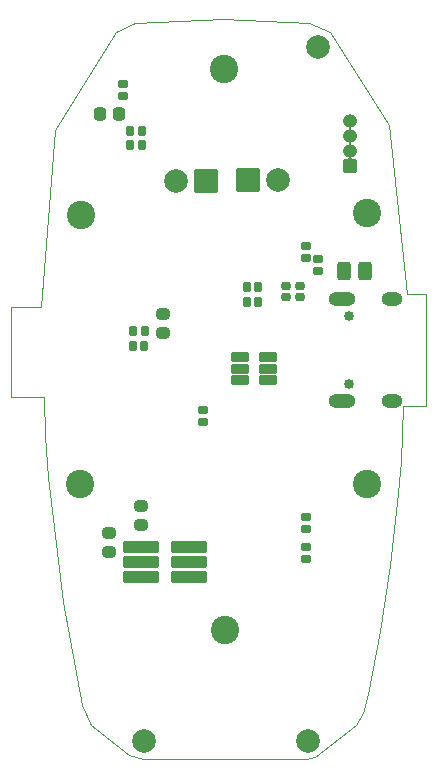
<source format=gbr>
%TF.GenerationSoftware,KiCad,Pcbnew,(7.0.0)*%
%TF.CreationDate,2023-06-26T15:04:23+05:30*%
%TF.ProjectId,EMO SN65 OBD,454d4f20-534e-4363-9520-4f42442e6b69,1*%
%TF.SameCoordinates,Original*%
%TF.FileFunction,Soldermask,Bot*%
%TF.FilePolarity,Negative*%
%FSLAX46Y46*%
G04 Gerber Fmt 4.6, Leading zero omitted, Abs format (unit mm)*
G04 Created by KiCad (PCBNEW (7.0.0)) date 2023-06-26 15:04:23*
%MOMM*%
%LPD*%
G01*
G04 APERTURE LIST*
G04 Aperture macros list*
%AMRoundRect*
0 Rectangle with rounded corners*
0 $1 Rounding radius*
0 $2 $3 $4 $5 $6 $7 $8 $9 X,Y pos of 4 corners*
0 Add a 4 corners polygon primitive as box body*
4,1,4,$2,$3,$4,$5,$6,$7,$8,$9,$2,$3,0*
0 Add four circle primitives for the rounded corners*
1,1,$1+$1,$2,$3*
1,1,$1+$1,$4,$5*
1,1,$1+$1,$6,$7*
1,1,$1+$1,$8,$9*
0 Add four rect primitives between the rounded corners*
20,1,$1+$1,$2,$3,$4,$5,0*
20,1,$1+$1,$4,$5,$6,$7,0*
20,1,$1+$1,$6,$7,$8,$9,0*
20,1,$1+$1,$8,$9,$2,$3,0*%
G04 Aperture macros list end*
%ADD10RoundRect,0.235000X0.185000X-0.135000X0.185000X0.135000X-0.185000X0.135000X-0.185000X-0.135000X0*%
%ADD11C,2.000000*%
%ADD12C,2.400000*%
%ADD13RoundRect,0.100000X0.900000X0.900000X-0.900000X0.900000X-0.900000X-0.900000X0.900000X-0.900000X0*%
%ADD14C,0.850000*%
%ADD15O,2.300000X1.200000*%
%ADD16O,1.800000X1.200000*%
%ADD17RoundRect,0.100000X-0.900000X-0.900000X0.900000X-0.900000X0.900000X0.900000X-0.900000X0.900000X0*%
%ADD18RoundRect,0.240000X-0.140000X-0.170000X0.140000X-0.170000X0.140000X0.170000X-0.140000X0.170000X0*%
%ADD19RoundRect,0.235000X-0.185000X0.135000X-0.185000X-0.135000X0.185000X-0.135000X0.185000X0.135000X0*%
%ADD20RoundRect,0.235000X0.135000X0.185000X-0.135000X0.185000X-0.135000X-0.185000X0.135000X-0.185000X0*%
%ADD21RoundRect,0.240000X0.140000X0.170000X-0.140000X0.170000X-0.140000X-0.170000X0.140000X-0.170000X0*%
%ADD22RoundRect,0.100000X-0.500000X-0.500000X0.500000X-0.500000X0.500000X0.500000X-0.500000X0.500000X0*%
%ADD23O,1.200000X1.200000*%
%ADD24RoundRect,0.318750X-0.218750X-0.256250X0.218750X-0.256250X0.218750X0.256250X-0.218750X0.256250X0*%
%ADD25RoundRect,0.240000X0.170000X-0.140000X0.170000X0.140000X-0.170000X0.140000X-0.170000X-0.140000X0*%
%ADD26RoundRect,0.300000X-0.275000X0.200000X-0.275000X-0.200000X0.275000X-0.200000X0.275000X0.200000X0*%
%ADD27RoundRect,0.350000X-0.262500X-0.450000X0.262500X-0.450000X0.262500X0.450000X-0.262500X0.450000X0*%
%ADD28RoundRect,0.100000X0.650000X-0.300000X0.650000X0.300000X-0.650000X0.300000X-0.650000X-0.300000X0*%
%ADD29RoundRect,0.100000X-1.395000X0.370000X-1.395000X-0.370000X1.395000X-0.370000X1.395000X0.370000X0*%
%TA.AperFunction,Profile*%
%ADD30C,0.100000*%
%TD*%
G04 APERTURE END LIST*
D10*
%TO.C,R24*%
X120142000Y-66804000D03*
X120142000Y-65784000D03*
%TD*%
D11*
%TO.C,REF\u002A\u002A*%
X121160000Y-23390000D03*
%TD*%
%TO.C,REF\u002A\u002A*%
X120310000Y-82130000D03*
%TD*%
%TO.C,REF\u002A\u002A*%
X106470000Y-82170000D03*
%TD*%
D12*
%TO.C,H3*%
X113215000Y-25255000D03*
%TD*%
%TO.C,H2*%
X125335000Y-37505000D03*
%TD*%
D13*
%TO.C,D2*%
X111660000Y-34730000D03*
D11*
X109120000Y-34730000D03*
%TD*%
D12*
%TO.C,H1*%
X101135000Y-37645000D03*
%TD*%
%TO.C,H5*%
X113285000Y-72805000D03*
%TD*%
%TO.C,H4*%
X101025000Y-60415000D03*
%TD*%
D14*
%TO.C,J4*%
X123765000Y-51955000D03*
X123765000Y-46175000D03*
D15*
X123234999Y-53384999D03*
D16*
X127414999Y-53384999D03*
D15*
X123234999Y-44744999D03*
D16*
X127414999Y-44744999D03*
%TD*%
D12*
%TO.C,H6*%
X125315000Y-60395000D03*
%TD*%
D17*
%TO.C,D4*%
X115210000Y-34710000D03*
D11*
X117750000Y-34710000D03*
%TD*%
D18*
%TO.C,C10*%
X115150000Y-43760000D03*
X116110000Y-43760000D03*
%TD*%
D19*
%TO.C,R23*%
X120142000Y-64264000D03*
X120142000Y-63244000D03*
%TD*%
D20*
%TO.C,R8*%
X106290000Y-31750000D03*
X105270000Y-31750000D03*
%TD*%
D10*
%TO.C,R41*%
X111460000Y-55150001D03*
X111460000Y-54130001D03*
%TD*%
D21*
%TO.C,C3*%
X106485000Y-47485000D03*
X105525000Y-47485000D03*
%TD*%
D20*
%TO.C,R12*%
X106280000Y-30500000D03*
X105260000Y-30500000D03*
%TD*%
D22*
%TO.C,J2*%
X123880000Y-33480000D03*
D23*
X123879999Y-32209999D03*
X123879999Y-30939999D03*
X123879999Y-29669999D03*
%TD*%
D10*
%TO.C,R19*%
X120180000Y-41280000D03*
X120180000Y-40260000D03*
%TD*%
D24*
%TO.C,D3*%
X102712500Y-29090000D03*
X104287500Y-29090000D03*
%TD*%
D25*
%TO.C,C12*%
X118465000Y-44575000D03*
X118465000Y-43615000D03*
%TD*%
D26*
%TO.C,R27*%
X103490000Y-64555000D03*
X103490000Y-66205000D03*
%TD*%
%TO.C,R3*%
X108050000Y-45995000D03*
X108050000Y-47645000D03*
%TD*%
D27*
%TO.C,R15*%
X123332500Y-42405000D03*
X125157500Y-42405000D03*
%TD*%
D26*
%TO.C,R28*%
X106185000Y-62250000D03*
X106185000Y-63900000D03*
%TD*%
D25*
%TO.C,C11*%
X119665000Y-44595000D03*
X119665000Y-43635000D03*
%TD*%
D28*
%TO.C,D1*%
X116955000Y-49695000D03*
X116955000Y-50645000D03*
X116955000Y-51595000D03*
X114555000Y-51595000D03*
X114555000Y-50645000D03*
X114555000Y-49695000D03*
%TD*%
D10*
%TO.C,R18*%
X121205000Y-42355000D03*
X121205000Y-41335000D03*
%TD*%
D29*
%TO.C,J1*%
X110240000Y-65710000D03*
X106170000Y-65710000D03*
X110240000Y-66980000D03*
X106170000Y-66980000D03*
X110240000Y-68250000D03*
X106170000Y-68250000D03*
%TD*%
D19*
%TO.C,R9*%
X104690000Y-26530000D03*
X104690000Y-27550000D03*
%TD*%
D21*
%TO.C,C4*%
X106445000Y-48695000D03*
X105485000Y-48695000D03*
%TD*%
%TO.C,C9*%
X116100000Y-45020000D03*
X115140000Y-45020000D03*
%TD*%
G36*
X124040984Y-32785984D02*
G01*
X124041881Y-32787633D01*
X124041017Y-32789299D01*
X124021439Y-32802812D01*
X124013316Y-32835769D01*
X124029089Y-32865825D01*
X124061536Y-32878130D01*
X124062748Y-32879444D01*
X124062426Y-32881201D01*
X124060827Y-32882000D01*
X123699173Y-32882000D01*
X123697574Y-32881201D01*
X123697252Y-32879444D01*
X123698464Y-32878130D01*
X123730910Y-32865825D01*
X123746683Y-32835769D01*
X123738560Y-32802812D01*
X123718982Y-32789299D01*
X123718118Y-32787633D01*
X123719015Y-32785984D01*
X123720883Y-32785805D01*
X123725231Y-32787606D01*
X123880000Y-32807982D01*
X124034767Y-32787606D01*
X124039115Y-32785805D01*
X124040984Y-32785984D01*
G37*
G36*
X123995422Y-31523731D02*
G01*
X123995780Y-31525633D01*
X123994360Y-31526948D01*
X123988815Y-31528315D01*
X123962282Y-31545470D01*
X123952092Y-31575000D01*
X123962282Y-31604529D01*
X123988815Y-31621684D01*
X123994360Y-31623051D01*
X123995780Y-31624366D01*
X123995422Y-31626268D01*
X123993620Y-31626976D01*
X123879999Y-31612017D01*
X123766379Y-31626976D01*
X123764577Y-31626268D01*
X123764219Y-31624366D01*
X123765639Y-31623051D01*
X123771184Y-31621684D01*
X123797716Y-31604529D01*
X123807906Y-31575000D01*
X123797716Y-31545470D01*
X123771184Y-31528315D01*
X123765640Y-31526948D01*
X123764220Y-31525633D01*
X123764578Y-31523731D01*
X123766380Y-31523023D01*
X123880000Y-31537982D01*
X123993620Y-31523023D01*
X123995422Y-31523731D01*
G37*
G36*
X123995422Y-30253731D02*
G01*
X123995780Y-30255633D01*
X123994360Y-30256948D01*
X123988815Y-30258315D01*
X123962282Y-30275470D01*
X123952092Y-30304999D01*
X123962282Y-30334529D01*
X123988815Y-30351684D01*
X123994360Y-30353051D01*
X123995780Y-30354366D01*
X123995422Y-30356268D01*
X123993620Y-30356976D01*
X123879999Y-30342017D01*
X123766379Y-30356976D01*
X123764577Y-30356268D01*
X123764219Y-30354366D01*
X123765639Y-30353051D01*
X123771184Y-30351684D01*
X123797716Y-30334529D01*
X123807906Y-30304999D01*
X123797716Y-30275470D01*
X123771184Y-30258315D01*
X123765640Y-30256948D01*
X123764220Y-30255633D01*
X123764578Y-30253731D01*
X123766380Y-30253023D01*
X123880000Y-30267982D01*
X123993620Y-30253023D01*
X123995422Y-30253731D01*
G37*
D30*
X99575000Y-70405000D02*
X98315000Y-59845000D01*
X127275000Y-67245000D02*
X126405000Y-72885000D01*
X113155000Y-21015000D02*
X120425000Y-21345000D01*
X95177500Y-45452500D02*
X97702500Y-45467500D01*
X124405000Y-80835000D02*
X120905000Y-83535000D01*
X126405000Y-72885000D02*
X125395000Y-78155000D01*
X105135000Y-83395000D02*
X101945000Y-80795000D01*
X120905000Y-83535000D02*
X120115000Y-83685000D01*
X95177500Y-45452500D02*
X95180000Y-53062500D01*
X101945000Y-80795000D02*
X101185000Y-79165000D01*
X104065000Y-22155000D02*
X105665000Y-21385000D01*
X128195000Y-58465000D02*
X128355000Y-53832500D01*
X106335000Y-83685000D02*
X105135000Y-83395000D01*
X120425000Y-21345000D02*
X122185000Y-22175000D01*
X128355000Y-53832500D02*
X130300000Y-53827500D01*
X105665000Y-21385000D02*
X113155000Y-21015000D01*
X128195000Y-58465000D02*
X127975000Y-61175000D01*
X98935000Y-30435000D02*
X104065000Y-22155000D01*
X98935000Y-30435000D02*
X97702500Y-45467500D01*
X101185000Y-79165000D02*
X99575000Y-70405000D01*
X98315000Y-59845000D02*
X98075000Y-56345000D01*
X127975000Y-61175000D02*
X127275000Y-67245000D01*
X127155000Y-30005000D02*
X122185000Y-22175000D01*
X130290000Y-44300000D02*
X128665000Y-44300000D01*
X130290000Y-44300000D02*
X130300000Y-53827500D01*
X120115000Y-83685000D02*
X106335000Y-83685000D01*
X95180000Y-53062500D02*
X97965000Y-53077500D01*
X125395000Y-78155000D02*
X125015000Y-79825000D01*
X127155000Y-30005000D02*
X128665000Y-44300000D01*
X98075000Y-56345000D02*
X97965000Y-53077500D01*
X125015000Y-79825000D02*
X124405000Y-80835000D01*
M02*

</source>
